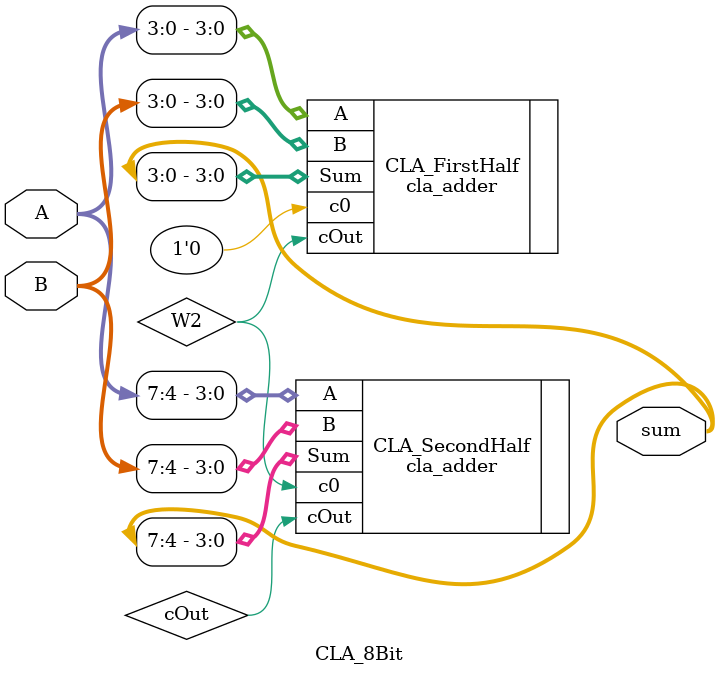
<source format=v>
`timescale 1ns / 1ps

module CLA_8Bit(input [7:0] A, B,
                output [7:0] sum);

wire W2, cOut;
cla_adder CLA_FirstHalf(
                        .A(A[3:0]), 
                        .B(B[3:0]),
                        .c0(1'b0),
                        .Sum(sum[3:0]),
                        .cOut(W2)
                        );
                        
cla_adder CLA_SecondHalf(
                        .A(A[7:4]), 
                        .B(B[7:4]),
                        .c0(W2),
                        .Sum(sum[7:4]),
                        .cOut(cOut)
                        );
endmodule

</source>
